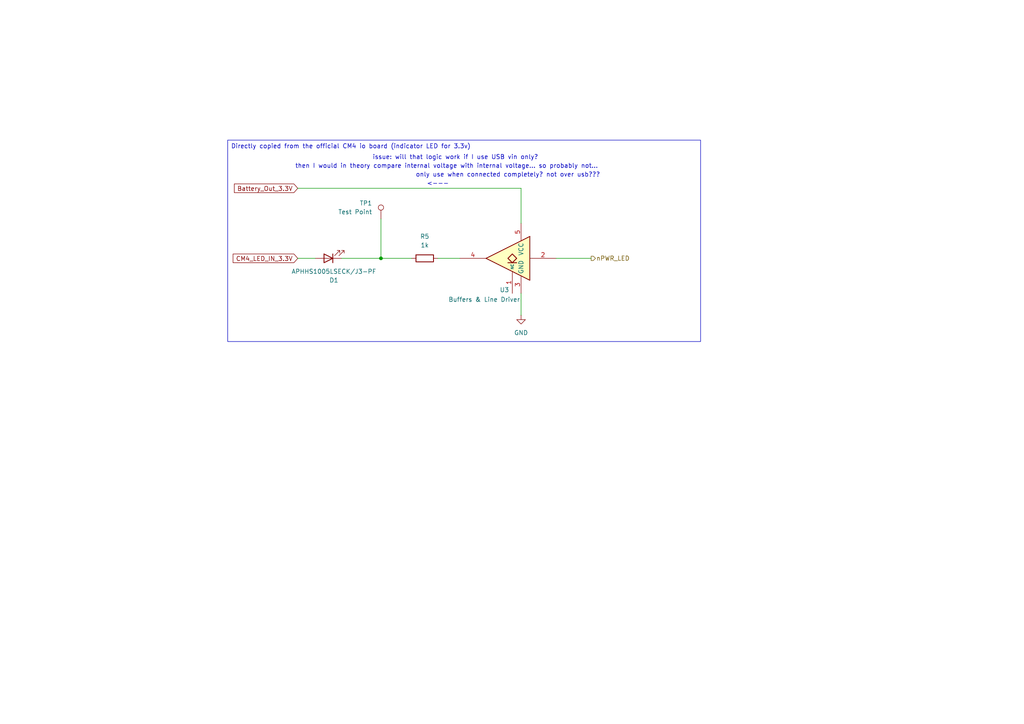
<source format=kicad_sch>
(kicad_sch (version 20250114) (generator "eeschema") (generator_version "9.0")
  (paper "A4")
  (lib_symbols
    (symbol "#dzdb:g_mech/M-TEST-SMT_1.5mm_round" (pin_numbers (hide yes)) (pin_names (offset 0.762) (hide yes))
      (property "Reference" "TP" (at 0 6.858 0))
      (property "Value" "Test Point" (at 0 5.08 0))
      (symbol "g_mech/M-TEST-SMT_1.5mm_round_0_1"
        (circle (center 0 3.302) (radius 0.762))
      )
      (symbol "g_mech/M-TEST-SMT_1.5mm_round_1_1"
        (pin passive line (at 0 0 90) (length 2.54) (name "1") (number "1"))
      )
    )
    (symbol "#dzdb:g_res/R-1k-0603" (pin_numbers (hide yes)) (pin_names (offset 0))
      (property "Reference" "R" (at 2.032 0 90))
      (property "Value" "1k" (at 0 0 90))
      (symbol "g_res/R-1k-0603_0_1"
        (rectangle (start -1.016 -2.54) (end 1.016 2.54) (stroke (width 0.254)))
      )
      (symbol "g_res/R-1k-0603_1_1"
        (pin passive line (at 0 3.81 270) (length 1.27) (name "~") (number "1"))
        (pin passive line (at 0 -3.81 90) (length 1.27) (name "~") (number "2"))
      )
    )
    (symbol "#dzdb:s_dio/D-KIN-APHHS1005LSECK/J3-PF" (pin_numbers (hide yes)) (pin_names (offset 1.016) (hide yes))
      (property "Reference" "D" (at 0 2.54 0))
      (property "Value" "APHHS1005LSECK/J3-PF" (at 0 -2.54 0))
      (symbol "s_dio/D-KIN-APHHS1005LSECK/J3-PF_0_1"
        (polyline (pts (xy -3.048 -0.762) (xy -4.572 -2.286) (xy -3.81 -2.286) (xy -4.572 -2.286) (xy -4.572 -1.524)))
        (polyline (pts (xy -1.778 -0.762) (xy -3.302 -2.286) (xy -2.54 -2.286) (xy -3.302 -2.286) (xy -3.302 -1.524)))
        (polyline (pts (xy -1.27 0) (xy 1.27 0)))
        (polyline (pts (xy -1.27 -1.27) (xy -1.27 1.27)) (stroke (width 0.254)))
        (polyline (pts (xy 1.27 -1.27) (xy 1.27 1.27) (xy -1.27 0) (xy 1.27 -1.27)) (stroke (width 0.254)))
      )
      (symbol "s_dio/D-KIN-APHHS1005LSECK/J3-PF_1_1"
        (pin passive line (at -3.81 0 0) (length 2.54) (name "K") (number "1"))
        (pin passive line (at 3.81 0 180) (length 2.54) (name "A") (number "2"))
      )
    )
    (symbol "#dzdb:s_misc/D-DIO-74LVC1G07SE-7"
      (property "Reference" "U" (at 0 7.62 0))
      (property "Value" "Buffers & Line Driver" (at 3.81 -7.62 0))
      (symbol "s_misc/D-DIO-74LVC1G07SE-7_0_1"
        (polyline (pts (xy -7.62 6.35) (xy -7.62 -6.35) (xy 5.08 0) (xy -7.62 6.35)) (stroke (width 0.254)) (fill (type background)))
        (polyline (pts (xy -3.81 -1.27) (xy -1.27 -1.27)) (stroke (width 0.254)) (fill (type background)))
        (polyline (pts (xy -2.54 1.27) (xy -3.81 0) (xy -2.54 -1.27) (xy -1.27 0) (xy -2.54 1.27)) (stroke (width 0.254)) (fill (type background)))
      )
      (symbol "s_misc/D-DIO-74LVC1G07SE-7_1_1"
        (pin input line (at -15.24 0 0) (length 7.62) (name "~") (number "2"))
        (pin power_in line (at -5.08 10.16 270) (length 5.08) (name "VCC") (number "5"))
        (pin power_in line (at -5.08 -10.16 90) (length 5.08) (name "GND") (number "3"))
        (pin free line (at -2.54 -10.16 90) (length 6.35) (name "NC") (number "1"))
        (pin open_collector line (at 12.7 0 180) (length 7.62) (name "~") (number "4"))
      )
    )
    (symbol "power:GND" (power) (pin_numbers (hide yes)) (pin_names (offset 0) (hide yes))
      (property "Value" "GND" (at 0 -3.81 0))
      (symbol "GND_0_1"
        (polyline (pts (xy 0 0) (xy 0 -1.27) (xy 1.27 -1.27) (xy 0 -2.54) (xy -1.27 -1.27) (xy 0 -1.27)))
      )
      (symbol "GND_1_1"
        (pin power_in line (at 0 0 270) (length 0) (name "~") (number "1"))
      )
    )
  )
  (text "then I would in theory compare internal voltage with internal voltage... so probably not...\n" (at 129.54 48.26 0) (effects (font (size 1.27 1.27))))
  (text "only use when connected completely? not over usb???" (at 147.32 50.8 0) (effects (font (size 1.27 1.27))))
  (text "<---" (at 127 53.34 0) (effects (font (size 1.27 1.27))))
  (text "issue: will that logic work if I use USB vin only?" (at 132.08 45.72 0) (effects (font (size 1.27 1.27))))
  (text_box "Directly copied from the official CM4 io board (indicator LED for 3.3v)" (at 66.04 40.64 0) (size 137.16 58.42) (margins 0.9525 0.9525 0.9525 0.9525) (effects (font (size 1.27 1.27)) (justify left top)))
  (junction (at 110.49 74.93))
  (wire (pts (xy 133.35 74.93) (xy 127 74.93)))
  (wire (pts (xy 151.13 85.09) (xy 151.13 91.44)))
  (wire (pts (xy 110.49 63.5) (xy 110.49 74.93)))
  (wire (pts (xy 110.49 74.93) (xy 99.06 74.93)))
  (wire (pts (xy 91.44 74.93) (xy 86.36 74.93)))
  (wire (pts (xy 151.13 54.61) (xy 151.13 64.77)))
  (wire (pts (xy 171.45 74.93) (xy 161.29 74.93)))
  (wire (pts (xy 151.13 54.61) (xy 86.36 54.61)))
  (wire (pts (xy 119.38 74.93) (xy 110.49 74.93)))
  (global_label "Battery_Out_3.3V" (shape input) (at 86.36 54.61 180) (property "Intersheetrefs" "${INTERSHEET_REFS}" (effects (hide yes))))
  (global_label "CM4_LED_IN_3.3V" (shape input) (at 86.36 74.93 180) (property "Intersheetrefs" "${INTERSHEET_REFS}" (effects (hide yes))))
  (hierarchical_label "nPWR_LED" (shape output) (at 171.45 74.93 0))
  (symbol (lib_id "#dzdb:s_dio/D-KIN-APHHS1005LSECK/J3-PF") (at 95.25 74.93 180) (unit 1)
    (property "Reference" "D1" (at 96.8375 81.28 0))
    (property "Value" "APHHS1005LSECK/J3-PF" (at 96.8375 78.74 0))
    (property "Footprint" "LED_SMD:LED_0402_1005Metric" (effects (hide yes)))
    (property "Datasheet" "https://www.kingbrightusa.com/images/catalog/spec/APHHS1005LSECK-J3-PF.pdf" (effects (hide yes)))
    (property "Description" "LED RED 625nm 80mcd@2mA 40mcd@1mA 1.8V" (effects (hide yes)))
    (property "Sim.Pins" "1=K 2=A" (effects (hide yes)))
    (property "IPN" "D-KIN-APHHS1005LSECK/J3-PF" (effects (hide yes)))
    (property "MPN" "APHHS1005LSECK/J3-PF" (effects (hide yes)))
    (property "Manufacturer" "Kingbright" (effects (hide yes)))
    (property "Type" "LED RED" (effects (hide yes)))
    (property "Vf" "1.8V" (effects (hide yes)))
    (property "If" "2mA" (effects (hide yes)))
    (property "Supplier" "Mouser" (effects (hide yes)))
    (property "SPN" "604-APHHS1005LSECKJ3" (effects (hide yes)))
    (property "Comment" "lifecycle=Active" (effects (hide yes)))
  )
  (symbol (lib_id "power:GND") (at 151.13 91.44 0) (mirror y) (unit 1)
    (property "Reference" "#PWR018" (effects (hide yes)))
    (property "Value" "GND" (at 151.13 96.52 0))
    (property "Description" "Power symbol creates a global label with name \"GND\" , ground" (effects (hide yes)))
  )
  (symbol (lib_id "#dzdb:s_misc/D-DIO-74LVC1G07SE-7") (at 146.05 74.93 0) (mirror y) (unit 1)
    (property "Reference" "U3" (at 146.304 84.074 0))
    (property "Value" "Buffers & Line Driver" (at 140.462 86.868 0))
    (property "Footprint" "dz_dio:SOT65P210X110-5N" (effects (hide yes)))
    (property "Datasheet" "https://www.mouser.ch/datasheet/3/175/1/74LVC1G07.pdf" (effects (hide yes)))
    (property "Description" "Buffers & Line Drivers Single Gate Open Out 1.65 to 5.5V 32mA" (effects (hide yes)))
    (property "IPN" "D-DIO-74LVC1G07SE-7" (effects (hide yes)))
    (property "MPN" "74LVC1G07SE-7" (effects (hide yes)))
    (property "Manufacturer" "Diodes Incorporated" (effects (hide yes)))
    (property "Symbol" "74xGxx:74LVC1G07" (effects (hide yes)))
    (property "Type" "Line Driver" (effects (hide yes)))
    (property "Supplier" "Mouser" (effects (hide yes)))
    (property "SPN" "621-74LVC1G07SE-7" (effects (hide yes)))
    (property "LCSC" "C67531" (effects (hide yes)))
  )
  (symbol (lib_id "#dzdb:g_res/R-1k-0603") (at 123.19 74.93 270) (mirror x) (unit 1)
    (property "Reference" "R5" (at 123.19 68.58 90))
    (property "Value" "1k" (at 123.19 71.12 90))
    (property "Footprint" "Resistor_SMD:R_0603_1608Metric" (effects (hide yes)))
    (property "Datasheet" "https://www.we-online.com/components/products/datasheet/560112116014.pdf" (effects (hide yes)))
    (property "Description" "Thick Film Resistors - SMD WRIS-RSKS 1 kOhms 1 % 0.1 W 0603" (effects (hide yes)))
    (property "IPN" "R-1k-0603" (effects (hide yes)))
    (property "MPN" "560112116014" (effects (hide yes)))
    (property "Manufacturer" "Wurth Elektronik" (effects (hide yes)))
    (property "Resistance" "1k" (effects (hide yes)))
    (property "Power" "0.1 W" (effects (hide yes)))
    (property "Material" "Thick film" (effects (hide yes)))
    (property "Tolerance" "1 %" (effects (hide yes)))
    (property "Supplier" "Mouser" (effects (hide yes)))
    (property "SPN" "710-560112116014" (effects (hide yes)))
    (property "LCSC" "CXXXXX" (effects (hide yes)))
    (property "Comment" "lifecycle=Active; note=Auto-generated" (effects (hide yes)))
  )
  (symbol (lib_id "#dzdb:g_mech/M-TEST-SMT_1.5mm_round") (at 110.49 63.5 0) (mirror y) (unit 1)
    (property "Reference" "TP1" (at 107.95 58.9279 0) (effects (justify left)))
    (property "Value" "Test Point" (at 107.95 61.4679 0) (effects (justify left)))
    (property "Footprint" "TestPoint:TestPoint_Pad_D1.5mm" (effects (hide yes)))
    (property "Description" "SMT Test Point 1.5mm round" (effects (hide yes)))
    (property "IPN" "M-TEST-SMT_1.5mm_round" (effects (hide yes)))
    (property "Comments" "TestPoint 1.5mm" (effects (hide yes)))
  )
)
</source>
